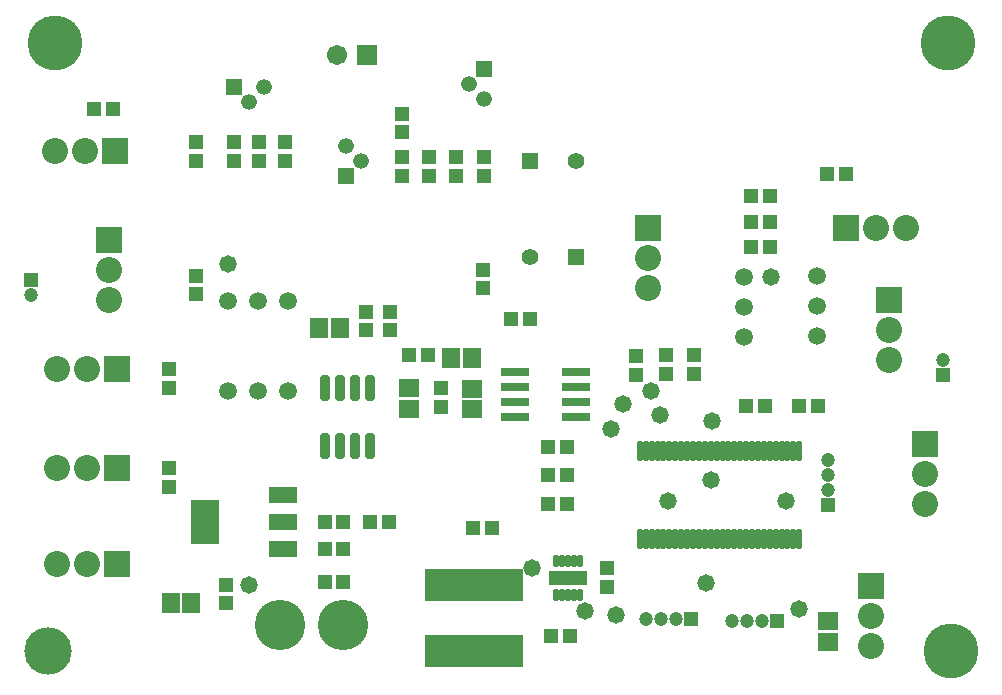
<source format=gts>
G04*
G04 #@! TF.GenerationSoftware,Altium Limited,Altium Designer,20.0.9 (164)*
G04*
G04 Layer_Color=8388736*
%FSLAX25Y25*%
%MOIN*%
G70*
G01*
G75*
%ADD31R,0.04934X0.04737*%
G04:AMPARAMS|DCode=32|XSize=67.84mil|YSize=19.02mil|CornerRadius=5.38mil|HoleSize=0mil|Usage=FLASHONLY|Rotation=270.000|XOffset=0mil|YOffset=0mil|HoleType=Round|Shape=RoundedRectangle|*
%AMROUNDEDRECTD32*
21,1,0.06784,0.00827,0,0,270.0*
21,1,0.05709,0.01902,0,0,270.0*
1,1,0.01076,-0.00413,-0.02854*
1,1,0.01076,-0.00413,0.02854*
1,1,0.01076,0.00413,0.02854*
1,1,0.01076,0.00413,-0.02854*
%
%ADD32ROUNDEDRECTD32*%
%ADD33R,0.04540X0.04737*%
%ADD34R,0.04737X0.04934*%
%ADD35R,0.05918X0.06706*%
%ADD36R,0.04737X0.04540*%
%ADD37R,0.06706X0.05918*%
%ADD38R,0.09461X0.14580*%
%ADD39R,0.09461X0.05524*%
%ADD40R,0.09461X0.03162*%
G04:AMPARAMS|DCode=41|XSize=85.56mil|YSize=31.62mil|CornerRadius=6.95mil|HoleSize=0mil|Usage=FLASHONLY|Rotation=90.000|XOffset=0mil|YOffset=0mil|HoleType=Round|Shape=RoundedRectangle|*
%AMROUNDEDRECTD41*
21,1,0.08556,0.01772,0,0,90.0*
21,1,0.07165,0.03162,0,0,90.0*
1,1,0.01391,0.00886,0.03583*
1,1,0.01391,0.00886,-0.03583*
1,1,0.01391,-0.00886,-0.03583*
1,1,0.01391,-0.00886,0.03583*
%
%ADD41ROUNDEDRECTD41*%
%ADD42R,0.12650X0.04934*%
G04:AMPARAMS|DCode=43|XSize=41.07mil|YSize=18.24mil|CornerRadius=5.28mil|HoleSize=0mil|Usage=FLASHONLY|Rotation=270.000|XOffset=0mil|YOffset=0mil|HoleType=Round|Shape=RoundedRectangle|*
%AMROUNDEDRECTD43*
21,1,0.04107,0.00768,0,0,270.0*
21,1,0.03051,0.01824,0,0,270.0*
1,1,0.01056,-0.00384,-0.01526*
1,1,0.01056,-0.00384,0.01526*
1,1,0.01056,0.00384,0.01526*
1,1,0.01056,0.00384,-0.01526*
%
%ADD43ROUNDEDRECTD43*%
%ADD44R,0.33084X0.11036*%
%ADD45C,0.06706*%
%ADD46R,0.06706X0.06706*%
%ADD47R,0.08713X0.08713*%
%ADD48C,0.08713*%
%ADD49R,0.08713X0.08713*%
%ADD50C,0.05950*%
%ADD51C,0.04737*%
%ADD52R,0.04737X0.04737*%
%ADD53R,0.05249X0.05249*%
%ADD54C,0.05249*%
%ADD55R,0.04737X0.04737*%
%ADD56C,0.16800*%
%ADD57R,0.05249X0.05249*%
%ADD58C,0.05524*%
%ADD59R,0.05524X0.05524*%
%ADD60C,0.05800*%
%ADD61C,0.15800*%
%ADD62C,0.18300*%
D31*
X407201Y281500D02*
D03*
X413500D02*
D03*
X162850Y303000D02*
D03*
X169150D02*
D03*
X381933Y257000D02*
D03*
X388232D02*
D03*
X314350Y190500D02*
D03*
X320650D02*
D03*
X386650Y204000D02*
D03*
X380350D02*
D03*
X397850D02*
D03*
X404150D02*
D03*
X301850Y233000D02*
D03*
X308150D02*
D03*
X239831Y165500D02*
D03*
X246130D02*
D03*
D32*
X398075Y159835D02*
D03*
X396106D02*
D03*
X394138D02*
D03*
X392169D02*
D03*
X390201D02*
D03*
X388232D02*
D03*
X386264D02*
D03*
X384295D02*
D03*
X382327D02*
D03*
X380358D02*
D03*
X378390D02*
D03*
X376421D02*
D03*
X374453D02*
D03*
X372484D02*
D03*
X370516D02*
D03*
X368547D02*
D03*
X366579D02*
D03*
X364610D02*
D03*
X362642D02*
D03*
X360673D02*
D03*
X358705D02*
D03*
X356736D02*
D03*
X354768D02*
D03*
X352799D02*
D03*
X350831D02*
D03*
X348862D02*
D03*
X346894D02*
D03*
X344925D02*
D03*
Y189165D02*
D03*
X346894D02*
D03*
X348862D02*
D03*
X350831D02*
D03*
X352799D02*
D03*
X354768D02*
D03*
X356736D02*
D03*
X358705D02*
D03*
X360673D02*
D03*
X362642D02*
D03*
X364610D02*
D03*
X366579D02*
D03*
X368547D02*
D03*
X370516D02*
D03*
X372484D02*
D03*
X374453D02*
D03*
X376421D02*
D03*
X378390D02*
D03*
X380358D02*
D03*
X382327D02*
D03*
X384295D02*
D03*
X386264D02*
D03*
X388232D02*
D03*
X390201D02*
D03*
X392169D02*
D03*
X394138D02*
D03*
X396106D02*
D03*
X398075D02*
D03*
D33*
X363000Y221150D02*
D03*
Y214850D02*
D03*
X343500Y220945D02*
D03*
Y214646D02*
D03*
X283500Y280850D02*
D03*
Y287150D02*
D03*
X218000Y285850D02*
D03*
Y292150D02*
D03*
X261500Y229350D02*
D03*
Y235650D02*
D03*
X253500Y229350D02*
D03*
Y235650D02*
D03*
X278500Y210150D02*
D03*
Y203850D02*
D03*
X197130Y292000D02*
D03*
Y285701D02*
D03*
X209500Y292150D02*
D03*
Y285850D02*
D03*
X207000Y138350D02*
D03*
Y144650D02*
D03*
X265500Y301650D02*
D03*
Y295350D02*
D03*
D34*
X353500Y214850D02*
D03*
Y221150D02*
D03*
X292500Y243350D02*
D03*
Y249650D02*
D03*
X293000Y280850D02*
D03*
Y287150D02*
D03*
X274500Y280850D02*
D03*
Y287150D02*
D03*
X265500Y280701D02*
D03*
Y287000D02*
D03*
X226500Y285850D02*
D03*
Y292150D02*
D03*
X188130Y216500D02*
D03*
Y210201D02*
D03*
X197000Y241350D02*
D03*
Y247650D02*
D03*
X334000Y150150D02*
D03*
Y143850D02*
D03*
X188130Y177201D02*
D03*
Y183500D02*
D03*
D35*
X188555Y138350D02*
D03*
X195445D02*
D03*
X244850Y230000D02*
D03*
X237961D02*
D03*
X282055Y220000D02*
D03*
X288945D02*
D03*
D36*
X381933Y274000D02*
D03*
X388232D02*
D03*
X381933Y265500D02*
D03*
X388232D02*
D03*
X267850Y221000D02*
D03*
X274150D02*
D03*
X315350Y127500D02*
D03*
X321650D02*
D03*
X314350Y181000D02*
D03*
X320650D02*
D03*
X314350Y171500D02*
D03*
X320650D02*
D03*
X239831Y145500D02*
D03*
X246130D02*
D03*
X239831Y156445D02*
D03*
X246130D02*
D03*
X261150Y165500D02*
D03*
X254850D02*
D03*
X289350Y163500D02*
D03*
X295650D02*
D03*
D37*
X407500Y125610D02*
D03*
Y132500D02*
D03*
X289000Y203055D02*
D03*
Y209945D02*
D03*
X267831Y210201D02*
D03*
Y203311D02*
D03*
D38*
X200008Y165500D02*
D03*
D39*
X225992Y174555D02*
D03*
Y165500D02*
D03*
Y156445D02*
D03*
D40*
X323736Y215445D02*
D03*
Y210445D02*
D03*
Y205445D02*
D03*
Y200445D02*
D03*
X303264D02*
D03*
Y205445D02*
D03*
Y210445D02*
D03*
Y215445D02*
D03*
D41*
X239850Y210201D02*
D03*
X244850D02*
D03*
X249850D02*
D03*
X254850D02*
D03*
Y190752D02*
D03*
X249850D02*
D03*
X244850D02*
D03*
X239850D02*
D03*
D42*
X320937Y146850D02*
D03*
D43*
X324874Y141201D02*
D03*
X322906D02*
D03*
X320937D02*
D03*
X318969D02*
D03*
X317000D02*
D03*
Y152500D02*
D03*
X318969D02*
D03*
X320937D02*
D03*
X322906D02*
D03*
X324874D02*
D03*
D44*
X289500Y144500D02*
D03*
Y122453D02*
D03*
D45*
X244000Y321000D02*
D03*
D46*
X254000D02*
D03*
D47*
X347500Y263500D02*
D03*
X428000Y239500D02*
D03*
X440000Y191500D02*
D03*
X422000Y144000D02*
D03*
X168000Y259500D02*
D03*
D48*
X347500Y253500D02*
D03*
Y243500D02*
D03*
X423500Y263500D02*
D03*
X433500D02*
D03*
X428000Y229500D02*
D03*
Y219500D02*
D03*
X440000Y181500D02*
D03*
Y171500D02*
D03*
X422000Y134000D02*
D03*
Y124000D02*
D03*
X168000Y249500D02*
D03*
Y239500D02*
D03*
X150500Y151500D02*
D03*
X160500D02*
D03*
X150500Y183500D02*
D03*
X160500D02*
D03*
X150500Y216500D02*
D03*
X160500D02*
D03*
X150000Y289000D02*
D03*
X160000D02*
D03*
D49*
X413500Y263500D02*
D03*
X170500Y151500D02*
D03*
Y183500D02*
D03*
Y216500D02*
D03*
X170000Y289000D02*
D03*
D50*
X379500Y247000D02*
D03*
Y237000D02*
D03*
Y227000D02*
D03*
X404000Y227500D02*
D03*
Y237500D02*
D03*
Y247500D02*
D03*
X207500Y239000D02*
D03*
X217500D02*
D03*
X227500D02*
D03*
X207500Y209000D02*
D03*
X217500D02*
D03*
X227500D02*
D03*
D51*
X446000Y219500D02*
D03*
X142000Y241000D02*
D03*
X375500Y132500D02*
D03*
X380500D02*
D03*
X385500D02*
D03*
X347000Y133000D02*
D03*
X352000D02*
D03*
X357000D02*
D03*
X407500Y176000D02*
D03*
Y181000D02*
D03*
Y186000D02*
D03*
D52*
X446000Y214500D02*
D03*
X142000Y246000D02*
D03*
X407500Y171000D02*
D03*
D53*
X246961Y280701D02*
D03*
X293000Y316500D02*
D03*
D54*
X251961Y285701D02*
D03*
X246961Y290701D02*
D03*
X293000Y306500D02*
D03*
X288000Y311500D02*
D03*
X219500Y310500D02*
D03*
X214500Y305500D02*
D03*
D55*
X390500Y132500D02*
D03*
X362000Y133000D02*
D03*
D56*
X246130Y131000D02*
D03*
X224870D02*
D03*
D57*
X209500Y310500D02*
D03*
D58*
X323736Y285850D02*
D03*
X308150Y253811D02*
D03*
D59*
X323736Y253961D02*
D03*
X308150Y285701D02*
D03*
D60*
X398075Y136575D02*
D03*
X367000Y145000D02*
D03*
X348500Y209000D02*
D03*
X393500Y172500D02*
D03*
X368500Y179500D02*
D03*
X309000Y150000D02*
D03*
X339404Y204700D02*
D03*
X335400Y196600D02*
D03*
X207500Y251500D02*
D03*
X369100Y199000D02*
D03*
X337000Y134400D02*
D03*
X388800Y247000D02*
D03*
X214700Y144650D02*
D03*
X354400Y172500D02*
D03*
X351805Y201200D02*
D03*
X326600Y135800D02*
D03*
D61*
X147500Y122500D02*
D03*
D62*
X150000Y325000D02*
D03*
X448500Y122500D02*
D03*
X447500Y325000D02*
D03*
M02*

</source>
